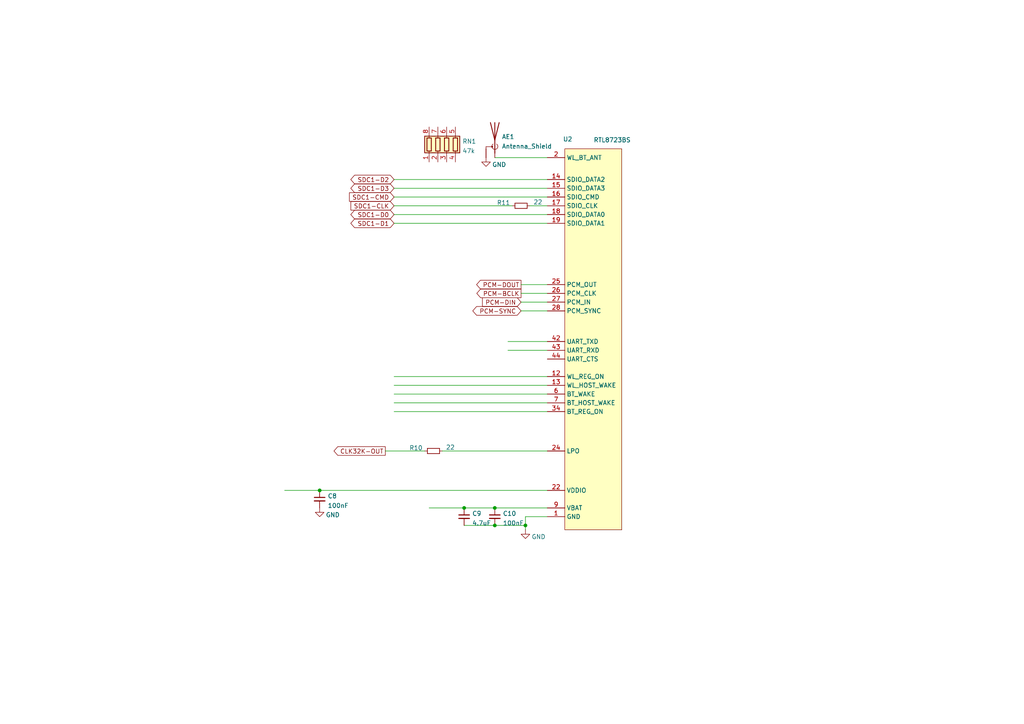
<source format=kicad_sch>
(kicad_sch (version 20211123) (generator eeschema)
  (paper "A4")
  (lib_symbols
    (symbol "Device:Antenna_Shield" (pin_numbers hide) (pin_names (offset 1.016) hide)
      (property "Reference" "AE" (at -1.905 4.445 0))
      (property "Value" "Antenna_Shield" (at -1.905 2.54 0))
      (symbol "Antenna_Shield_0_1"
        (arc (start -0.508 -1.143) (mid -0.8485 -2.1032) (end 0 -2.667))
        (arc (start 0 -2.667) (mid 0.8047 -2.0885) (end 0.508 -1.143))
        (polyline (pts (xy 0 -2.54) (xy 0 0)))
        (polyline (pts (xy 0 5.08) (xy 0 -3.81)) (stroke (width 0.254)))
        (polyline (pts (xy 0.762 -1.905) (xy 2.54 -1.905)))
        (polyline (pts (xy 2.54 -2.54) (xy 2.54 -1.905)))
        (polyline (pts (xy 1.27 5.08) (xy 0 0) (xy -1.27 5.08)) (stroke (width 0.254)))
        (circle (center 0.762 -1.905) (radius 0.1778) (fill (type outline)))
      )
      (symbol "Antenna_Shield_1_1"
        (pin input line (at 0 -5.08 90) (length 2.54) (name "A") (number "1"))
        (pin input line (at 2.54 -5.08 90) (length 2.54) (name "Shield") (number "2"))
      )
    )
    (symbol "Device:C_Small" (pin_numbers hide) (pin_names (offset 0.254) hide)
      (property "Reference" "C" (at 0.254 1.778 0))
      (property "Value" "C_Small" (at 0.254 -2.032 0))
      (symbol "C_Small_0_1"
        (polyline (pts (xy -1.524 -0.508) (xy 1.524 -0.508)) (stroke (width 0.3302)))
        (polyline (pts (xy -1.524 0.508) (xy 1.524 0.508)) (stroke (width 0.3048)))
      )
      (symbol "C_Small_1_1"
        (pin passive line (at 0 2.54 270) (length 2.032) (name "~") (number "1"))
        (pin passive line (at 0 -2.54 90) (length 2.032) (name "~") (number "2"))
      )
    )
    (symbol "Device:R_Pack04" (pin_names (offset 0) hide)
      (property "Reference" "RN" (at -7.62 0 90))
      (property "Value" "R_Pack04" (at 5.08 0 90))
      (symbol "R_Pack04_0_1"
        (rectangle (start -6.35 -2.413) (end 3.81 2.413) (stroke (width 0.254)) (fill (type background)))
        (rectangle (start -5.715 1.905) (end -4.445 -1.905) (stroke (width 0.254)))
        (rectangle (start -3.175 1.905) (end -1.905 -1.905) (stroke (width 0.254)))
        (rectangle (start -0.635 1.905) (end 0.635 -1.905) (stroke (width 0.254)))
        (polyline (pts (xy -5.08 -2.54) (xy -5.08 -1.905)))
        (polyline (pts (xy -5.08 1.905) (xy -5.08 2.54)))
        (polyline (pts (xy -2.54 -2.54) (xy -2.54 -1.905)))
        (polyline (pts (xy -2.54 1.905) (xy -2.54 2.54)))
        (polyline (pts (xy 0 -2.54) (xy 0 -1.905)))
        (polyline (pts (xy 0 1.905) (xy 0 2.54)))
        (polyline (pts (xy 2.54 -2.54) (xy 2.54 -1.905)))
        (polyline (pts (xy 2.54 1.905) (xy 2.54 2.54)))
        (rectangle (start 1.905 1.905) (end 3.175 -1.905) (stroke (width 0.254)))
      )
      (symbol "R_Pack04_1_1"
        (pin passive line (at -5.08 -5.08 90) (length 2.54) (name "R1.1") (number "1"))
        (pin passive line (at -2.54 -5.08 90) (length 2.54) (name "R2.1") (number "2"))
        (pin passive line (at 0 -5.08 90) (length 2.54) (name "R3.1") (number "3"))
        (pin passive line (at 2.54 -5.08 90) (length 2.54) (name "R4.1") (number "4"))
        (pin passive line (at 2.54 5.08 270) (length 2.54) (name "R4.2") (number "5"))
        (pin passive line (at 0 5.08 270) (length 2.54) (name "R3.2") (number "6"))
        (pin passive line (at -2.54 5.08 270) (length 2.54) (name "R2.2") (number "7"))
        (pin passive line (at -5.08 5.08 270) (length 2.54) (name "R1.2") (number "8"))
      )
    )
    (symbol "Device:R_Small" (pin_numbers hide) (pin_names (offset 0.254) hide)
      (property "Reference" "R" (at 0.762 0.508 0))
      (property "Value" "R_Small" (at 0.762 -1.016 0))
      (symbol "R_Small_0_1"
        (rectangle (start -0.762 1.778) (end 0.762 -1.778) (stroke (width 0.2032)))
      )
      (symbol "R_Small_1_1"
        (pin passive line (at 0 2.54 270) (length 0.762) (name "~") (number "1"))
        (pin passive line (at 0 -2.54 90) (length 0.762) (name "~") (number "2"))
      )
    )
    (symbol "power:GND" (power) (pin_names (offset 0))
      (property "Value" "GND" (at 0 -3.81 0))
      (symbol "GND_0_1"
        (polyline (pts (xy 0 0) (xy 0 -1.27) (xy 1.27 -1.27) (xy 0 -2.54) (xy -1.27 -1.27) (xy 0 -1.27)))
      )
      (symbol "GND_1_1"
        (pin power_in line (at 0 0 270) (length 0) hide (name "GND") (number "1"))
      )
    )
    (symbol "sdio:RTL8723BS"
      (property "Reference" "U" (at 0 6.35 0))
      (property "Value" "RTL8723BS" (at 0 3.81 0))
      (symbol "RTL8723BS_0_1"
        (rectangle (start -5.08 -1.27) (end 11.43 -111.76) (stroke (width 0.1524)) (fill (type background)))
      )
      (symbol "RTL8723BS_1_1"
        (pin passive line (at -10.16 -107.95 0) (length 5.08) (name "GND") (number "1"))
        (pin passive line (at -10.16 -67.31 0) (length 5.08) (name "WL_REG_ON") (number "12"))
        (pin passive line (at -10.16 -69.85 0) (length 5.08) (name "WL_HOST_WAKE") (number "13"))
        (pin passive line (at -10.16 -10.16 0) (length 5.08) (name "SDIO_DATA2") (number "14"))
        (pin passive line (at -10.16 -12.7 0) (length 5.08) (name "SDIO_DATA3") (number "15"))
        (pin passive line (at -10.16 -15.24 0) (length 5.08) (name "SDIO_CMD") (number "16"))
        (pin passive line (at -10.16 -17.78 0) (length 5.08) (name "SDIO_CLK") (number "17"))
        (pin passive line (at -10.16 -20.32 0) (length 5.08) (name "SDIO_DATA0") (number "18"))
        (pin passive line (at -10.16 -22.86 0) (length 5.08) (name "SDIO_DATA1") (number "19"))
        (pin passive line (at -10.16 -3.81 0) (length 5.08) (name "WL_BT_ANT") (number "2"))
        (pin passive line (at -10.16 -107.95 0) (length 5.08) hide (name "GND") (number "20"))
        (pin passive line (at -10.16 -100.33 0) (length 5.08) (name "VDDIO") (number "22"))
        (pin passive line (at -10.16 -88.9 0) (length 5.08) (name "LPO") (number "24"))
        (pin passive line (at -10.16 -40.64 0) (length 5.08) (name "PCM_OUT") (number "25"))
        (pin passive line (at -10.16 -43.18 0) (length 5.08) (name "PCM_CLK") (number "26"))
        (pin passive line (at -10.16 -45.72 0) (length 5.08) (name "PCM_IN") (number "27"))
        (pin passive line (at -10.16 -48.26 0) (length 5.08) (name "PCM_SYNC") (number "28"))
        (pin passive line (at -10.16 -107.95 0) (length 5.08) hide (name "GND") (number "3"))
        (pin passive line (at -10.16 -107.95 0) (length 5.08) hide (name "GND") (number "31"))
        (pin passive line (at -10.16 -107.95 0) (length 5.08) hide (name "GND") (number "33"))
        (pin passive line (at -10.16 -77.47 0) (length 5.08) (name "BT_REG_ON") (number "34"))
        (pin passive line (at -10.16 -107.95 0) (length 5.08) hide (name "GND") (number "36"))
        (pin passive line (at -10.16 -107.95 0) (length 5.08) hide (name "GND") (number "41"))
        (pin passive line (at -10.16 -57.15 0) (length 5.08) (name "UART_TXD") (number "42"))
        (pin passive line (at -10.16 -59.69 0) (length 5.08) (name "UART_RXD") (number "43"))
        (pin passive line (at -10.16 -62.23 0) (length 5.08) (name "UART_CTS") (number "44"))
        (pin passive line (at -10.16 -72.39 0) (length 5.08) (name "BT_WAKE") (number "6"))
        (pin passive line (at -10.16 -74.93 0) (length 5.08) (name "BT_HOST_WAKE") (number "7"))
        (pin passive line (at -10.16 -105.41 0) (length 5.08) (name "VBAT") (number "9"))
      )
    )
  )
  (junction (at 143.51 152.4) (diameter 0.9144))
  (junction (at 143.51 147.32) (diameter 0.9144))
  (junction (at 152.4 152.4) (diameter 0.9144))
  (junction (at 134.62 147.32) (diameter 0.9144))
  (junction (at 92.71 142.24) (diameter 0.9144))
  (wire (pts (xy 92.71 142.24) (xy 158.75 142.24)))
  (wire (pts (xy 114.3 116.84) (xy 158.75 116.84)))
  (wire (pts (xy 111.76 130.81) (xy 123.19 130.81)))
  (wire (pts (xy 114.3 62.23) (xy 158.75 62.23)))
  (wire (pts (xy 143.51 152.4) (xy 152.4 152.4)))
  (wire (pts (xy 114.3 59.69) (xy 148.59 59.69)))
  (wire (pts (xy 158.75 149.86) (xy 152.4 149.86)))
  (wire (pts (xy 114.3 54.61) (xy 158.75 54.61)))
  (wire (pts (xy 143.51 45.72) (xy 158.75 45.72)))
  (wire (pts (xy 151.13 82.55) (xy 158.75 82.55)))
  (wire (pts (xy 151.13 87.63) (xy 158.75 87.63)))
  (wire (pts (xy 114.3 111.76) (xy 158.75 111.76)))
  (wire (pts (xy 134.62 147.32) (xy 143.51 147.32)))
  (wire (pts (xy 114.3 109.22) (xy 158.75 109.22)))
  (wire (pts (xy 114.3 52.07) (xy 158.75 52.07)))
  (wire (pts (xy 151.13 85.09) (xy 158.75 85.09)))
  (wire (pts (xy 124.46 147.32) (xy 134.62 147.32)))
  (wire (pts (xy 152.4 149.86) (xy 152.4 152.4)))
  (wire (pts (xy 82.55 142.24) (xy 92.71 142.24)))
  (wire (pts (xy 114.3 57.15) (xy 158.75 57.15)))
  (wire (pts (xy 147.32 99.06) (xy 158.75 99.06)))
  (wire (pts (xy 153.67 59.69) (xy 158.75 59.69)))
  (wire (pts (xy 143.51 147.32) (xy 158.75 147.32)))
  (wire (pts (xy 114.3 114.3) (xy 158.75 114.3)))
  (wire (pts (xy 134.62 152.4) (xy 143.51 152.4)))
  (wire (pts (xy 114.3 119.38) (xy 158.75 119.38)))
  (wire (pts (xy 152.4 152.4) (xy 152.4 153.67)))
  (wire (pts (xy 114.3 64.77) (xy 158.75 64.77)))
  (wire (pts (xy 147.32 101.6) (xy 158.75 101.6)))
  (wire (pts (xy 151.13 90.17) (xy 158.75 90.17)))
  (wire (pts (xy 128.27 130.81) (xy 158.75 130.81)))
  (global_label "PCM-DIN" (shape input) (at 151.13 87.63 180) (property "Intersheet References" "${INTERSHEET_REFS}" (effects hide)))
  (global_label "SDC1-CMD" (shape input) (at 114.3 57.15 180) (property "Intersheet References" "${INTERSHEET_REFS}" (effects hide)))
  (global_label "PCM-DOUT" (shape output) (at 151.13 82.55 180) (property "Intersheet References" "${INTERSHEET_REFS}" (effects hide)))
  (global_label "SDC1-D0" (shape bidirectional) (at 114.3 62.23 180) (property "Intersheet References" "${INTERSHEET_REFS}" (effects hide)))
  (global_label "PCM-BCLK" (shape output) (at 151.13 85.09 180) (property "Intersheet References" "${INTERSHEET_REFS}" (effects hide)))
  (global_label "SDC1-CLK" (shape input) (at 114.3 59.69 180) (property "Intersheet References" "${INTERSHEET_REFS}" (effects hide)))
  (global_label "SDC1-D3" (shape bidirectional) (at 114.3 54.61 180) (property "Intersheet References" "${INTERSHEET_REFS}" (effects hide)))
  (global_label "SDC1-D2" (shape bidirectional) (at 114.3 52.07 180) (property "Intersheet References" "${INTERSHEET_REFS}" (effects hide)))
  (global_label "PCM-SYNC" (shape bidirectional) (at 151.13 90.17 180) (property "Intersheet References" "${INTERSHEET_REFS}" (effects hide)))
  (global_label "SDC1-D1" (shape bidirectional) (at 114.3 64.77 180) (property "Intersheet References" "${INTERSHEET_REFS}" (effects hide)))
  (global_label "CLK32K-OUT" (shape output) (at 111.76 130.81 180) (property "Intersheet References" "${INTERSHEET_REFS}" (effects hide)))
  (symbol (lib_id "Device:Antenna_Shield") (at 143.51 40.64 0) (mirror y) (unit 1)
    (property "Reference" "AE1" (at 145.5421 39.668 0) (effects (justify right)))
    (property "Value" "Antenna_Shield" (at 145.5421 42.4431 0) (effects (justify right)))
    (property "Footprint" "Connector_Coaxial:U.FL_Hirose_U.FL-R-SMT-1_Vertical" (effects hide))
  )
  (symbol (lib_id "power:GND") (at 140.97 45.72 0) (unit 1)
    (property "Reference" "#PWR0122" (effects hide))
    (property "Value" "GND" (at 144.78 47.7426 0))
  )
  (symbol (lib_id "Device:R_Small") (at 125.73 130.81 90) (unit 1)
    (property "Reference" "R10" (at 120.65 129.9168 90))
    (property "Value" "22" (at 130.6262 129.7442 90))
    (property "Footprint" "Resistor_SMD:R_0402_1005Metric" (effects hide))
  )
  (symbol (lib_id "Device:C_Small") (at 92.71 144.78 0) (unit 1)
    (property "Reference" "C8" (at 95.0342 143.8715 0) (effects (justify left)))
    (property "Value" "100nF" (at 95.0342 146.6466 0) (effects (justify left)))
    (property "Footprint" "Capacitor_SMD:C_0402_1005Metric" (effects hide))
  )
  (symbol (lib_id "Device:C_Small") (at 134.62 149.86 0) (unit 1)
    (property "Reference" "C9" (at 136.9442 148.9515 0) (effects (justify left)))
    (property "Value" "4.7uF" (at 136.9442 151.7266 0) (effects (justify left)))
    (property "Footprint" "Capacitor_SMD:C_0603_1608Metric" (effects hide))
  )
  (symbol (lib_id "power:GND") (at 92.71 147.32 0) (unit 1)
    (property "Reference" "#PWR0123" (effects hide))
    (property "Value" "GND" (at 96.52 149.3426 0))
  )
  (symbol (lib_id "sdio:RTL8723BS") (at 168.91 41.91 0) (unit 1)
    (property "Reference" "U2" (at 163.2713 40.3665 0) (effects (justify left)))
    (property "Value" "RTL8723BS" (at 172.1613 40.6016 0) (effects (justify left)))
    (property "Footprint" "sdio:lga44_12x12mm_P0.9" (effects hide))
  )
  (symbol (lib_id "Device:R_Pack04") (at 129.54 41.91 0) (unit 1)
    (property "Reference" "RN1" (at 134.1121 41.0015 0) (effects (justify left)))
    (property "Value" "47k" (at 134.1121 43.7766 0) (effects (justify left)))
    (property "Footprint" "Resistor_SMD:R_Array_Concave_4x0402" (effects hide))
  )
  (symbol (lib_id "Device:C_Small") (at 143.51 149.86 0) (unit 1)
    (property "Reference" "C10" (at 145.8342 148.9515 0) (effects (justify left)))
    (property "Value" "100nF" (at 145.8342 151.7266 0) (effects (justify left)))
    (property "Footprint" "Capacitor_SMD:C_0402_1005Metric" (effects hide))
  )
  (symbol (lib_id "Device:R_Small") (at 151.13 59.69 90) (unit 1)
    (property "Reference" "R11" (at 146.05 58.7968 90))
    (property "Value" "22" (at 156.0262 58.6242 90))
    (property "Footprint" "Resistor_SMD:R_0402_1005Metric" (effects hide))
  )
  (symbol (lib_id "power:GND") (at 152.4 153.67 0) (unit 1)
    (property "Reference" "#PWR0124" (effects hide))
    (property "Value" "GND" (at 156.21 155.6926 0))
  )
)
</source>
